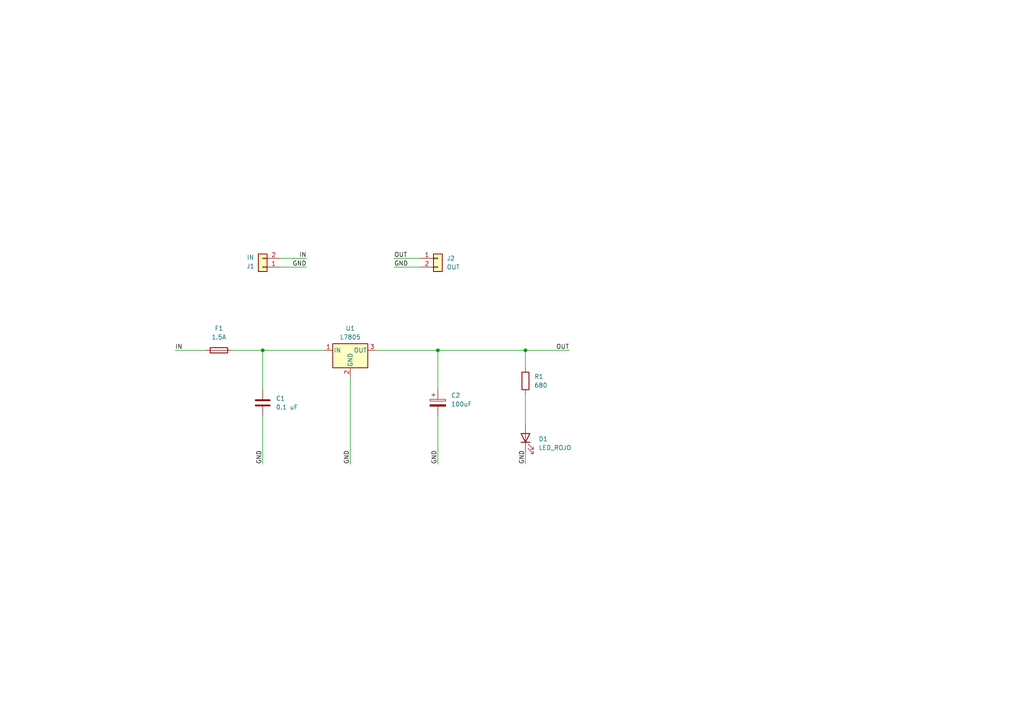
<source format=kicad_sch>
(kicad_sch (version 20250114) (generator "eeschema") (generator_version "9.0")
  (paper "A4")
  (lib_symbols
    (symbol "Connector_Generic:Conn_01x02" (pin_names (offset 1.016) (hide yes))
      (property "Reference" "J" (at 0 2.54 0))
      (property "Value" "Conn_01x02" (at 0 -5.08 0))
      (symbol "Conn_01x02_1_1"
        (rectangle (start -1.27 1.27) (end 1.27 -3.81) (stroke (width 0.254)) (fill (type background)))
        (rectangle (start -1.27 0.127) (end 0 -0.127) (stroke (width 0.1524)))
        (rectangle (start -1.27 -2.413) (end 0 -2.667) (stroke (width 0.1524)))
        (pin passive line (at -5.08 0 0) (length 3.81) (name "Pin_1") (number "1"))
        (pin passive line (at -5.08 -2.54 0) (length 3.81) (name "Pin_2") (number "2"))
      )
    )
    (symbol "Device:C" (pin_numbers (hide yes)) (pin_names (offset 0.254))
      (property "Reference" "C" (at 0.635 2.54 0))
      (property "Value" "C" (at 0.635 -2.54 0))
      (symbol "C_0_1"
        (polyline (pts (xy -2.032 0.762) (xy 2.032 0.762)) (stroke (width 0.508)))
        (polyline (pts (xy -2.032 -0.762) (xy 2.032 -0.762)) (stroke (width 0.508)))
      )
      (symbol "C_1_1"
        (pin passive line (at 0 3.81 270) (length 2.794) (name "~") (number "1"))
        (pin passive line (at 0 -3.81 90) (length 2.794) (name "~") (number "2"))
      )
    )
    (symbol "Device:C_Polarized" (pin_numbers (hide yes)) (pin_names (offset 0.254))
      (property "Reference" "C" (at 0.635 2.54 0))
      (property "Value" "C_Polarized" (at 0.635 -2.54 0))
      (symbol "C_Polarized_0_1"
        (rectangle (start -2.286 0.508) (end 2.286 1.016))
        (polyline (pts (xy -1.778 2.286) (xy -0.762 2.286)))
        (polyline (pts (xy -1.27 2.794) (xy -1.27 1.778)))
        (rectangle (start 2.286 -0.508) (end -2.286 -1.016) (fill (type outline)))
      )
      (symbol "C_Polarized_1_1"
        (pin passive line (at 0 3.81 270) (length 2.794) (name "~") (number "1"))
        (pin passive line (at 0 -3.81 90) (length 2.794) (name "~") (number "2"))
      )
    )
    (symbol "Device:Fuse" (pin_numbers (hide yes)) (pin_names (offset 0))
      (property "Reference" "F" (at 2.032 0 90))
      (property "Value" "Fuse" (at -1.905 0 90))
      (symbol "Fuse_0_1"
        (rectangle (start -0.762 -2.54) (end 0.762 2.54) (stroke (width 0.254)))
        (polyline (pts (xy 0 2.54) (xy 0 -2.54)))
      )
      (symbol "Fuse_1_1"
        (pin passive line (at 0 3.81 270) (length 1.27) (name "~") (number "1"))
        (pin passive line (at 0 -3.81 90) (length 1.27) (name "~") (number "2"))
      )
    )
    (symbol "Device:LED" (pin_numbers (hide yes)) (pin_names (offset 1.016) (hide yes))
      (property "Reference" "D" (at 0 2.54 0))
      (property "Value" "LED" (at 0 -2.54 0))
      (symbol "LED_0_1"
        (polyline (pts (xy -3.048 -0.762) (xy -4.572 -2.286) (xy -3.81 -2.286) (xy -4.572 -2.286) (xy -4.572 -1.524)))
        (polyline (pts (xy -1.778 -0.762) (xy -3.302 -2.286) (xy -2.54 -2.286) (xy -3.302 -2.286) (xy -3.302 -1.524)))
        (polyline (pts (xy -1.27 0) (xy 1.27 0)))
        (polyline (pts (xy -1.27 -1.27) (xy -1.27 1.27)) (stroke (width 0.254)))
        (polyline (pts (xy 1.27 -1.27) (xy 1.27 1.27) (xy -1.27 0) (xy 1.27 -1.27)) (stroke (width 0.254)))
      )
      (symbol "LED_1_1"
        (pin passive line (at -3.81 0 0) (length 2.54) (name "K") (number "1"))
        (pin passive line (at 3.81 0 180) (length 2.54) (name "A") (number "2"))
      )
    )
    (symbol "Device:R" (pin_numbers (hide yes)) (pin_names (offset 0))
      (property "Reference" "R" (at 2.032 0 90))
      (property "Value" "R" (at 0 0 90))
      (symbol "R_0_1"
        (rectangle (start -1.016 -2.54) (end 1.016 2.54) (stroke (width 0.254)))
      )
      (symbol "R_1_1"
        (pin passive line (at 0 3.81 270) (length 1.27) (name "~") (number "1"))
        (pin passive line (at 0 -3.81 90) (length 1.27) (name "~") (number "2"))
      )
    )
    (symbol "Regulator_Linear:L7805" (pin_names (offset 0.254))
      (property "Reference" "U" (at -3.81 3.175 0))
      (property "Value" "L7805" (at 0 3.175 0))
      (symbol "L7805_0_1"
        (rectangle (start -5.08 1.905) (end 5.08 -5.08) (stroke (width 0.254)) (fill (type background)))
      )
      (symbol "L7805_1_1"
        (pin power_in line (at -7.62 0 0) (length 2.54) (name "IN") (number "1"))
        (pin power_in line (at 0 -7.62 90) (length 2.54) (name "GND") (number "2"))
        (pin power_out line (at 7.62 0 180) (length 2.54) (name "OUT") (number "3"))
      )
    )
  )
  (junction (at 127 101.6))
  (junction (at 76.2 101.6))
  (junction (at 152.4 101.6))
  (wire (pts (xy 114.3 77.47) (xy 121.92 77.47)))
  (wire (pts (xy 76.2 101.6) (xy 93.98 101.6)))
  (wire (pts (xy 127 101.6) (xy 127 113.03)))
  (wire (pts (xy 127 101.6) (xy 109.22 101.6)))
  (wire (pts (xy 152.4 130.81) (xy 152.4 134.62)))
  (wire (pts (xy 50.8 101.6) (xy 59.69 101.6)))
  (wire (pts (xy 127 120.65) (xy 127 134.62)))
  (wire (pts (xy 81.28 77.47) (xy 88.9 77.47)))
  (wire (pts (xy 76.2 101.6) (xy 76.2 113.03)))
  (wire (pts (xy 81.28 74.93) (xy 88.9 74.93)))
  (wire (pts (xy 152.4 114.3) (xy 152.4 123.19)))
  (wire (pts (xy 152.4 101.6) (xy 152.4 106.68)))
  (wire (pts (xy 127 101.6) (xy 152.4 101.6)))
  (wire (pts (xy 165.1 101.6) (xy 152.4 101.6)))
  (wire (pts (xy 114.3 74.93) (xy 121.92 74.93)))
  (wire (pts (xy 76.2 120.65) (xy 76.2 134.62)))
  (wire (pts (xy 101.6 109.22) (xy 101.6 134.62)))
  (wire (pts (xy 67.31 101.6) (xy 76.2 101.6)))
  (label "IN" (at 50.8 101.6 0))
  (label "GND" (at 88.9 77.47 180))
  (label "GND" (at 76.2 134.62 90))
  (label "GND" (at 152.4 134.62 90))
  (label "GND" (at 114.3 77.47 0))
  (label "GND" (at 127 134.62 90))
  (label "OUT" (at 114.3 74.93 0))
  (label "IN" (at 88.9 74.93 180))
  (label "GND" (at 101.6 134.62 90))
  (label "OUT" (at 165.1 101.6 180))
  (symbol (lib_id "Regulator_Linear:L7805") (at 101.6 101.6 0) (unit 1)
    (property "Reference" "U1" (at 101.6 95.25 0))
    (property "Value" "L7805" (at 101.6 97.79 0))
    (property "Footprint" "Package_TO_SOT_SMD:TO-252-2" (effects (hide yes)))
    (property "Datasheet" "http://www.st.com/content/ccc/resource/technical/document/datasheet/41/4f/b3/b0/12/d4/47/88/CD00000444.pdf/files/CD00000444.pdf/jcr:content/translations/en.CD00000444.pdf" (effects (hide yes)))
    (property "Description" "Positive 1.5A 35V Linear Regulator, Fixed Output 5V, TO-220/TO-263/TO-252" (effects (hide yes)))
  )
  (symbol (lib_id "Connector_Generic:Conn_01x02") (at 76.2 77.47 180) (unit 1)
    (property "Reference" "J1" (at 72.644 77.216 0))
    (property "Value" "IN" (at 72.644 74.676 0))
    (property "Footprint" "Connector_PinHeader_2.54mm:PinHeader_1x02_P2.54mm_Vertical" (effects (hide yes)))
    (property "Description" "Generic connector, single row, 01x02, script generated (kicad-library-utils/schlib/autogen/connector/)" (effects (hide yes)))
  )
  (symbol (lib_id "Device:Fuse") (at 63.5 101.6 90) (unit 1)
    (property "Reference" "F1" (at 63.5 95.25 90))
    (property "Value" "1.5A" (at 63.5 97.79 90))
    (property "Footprint" "Fuse:Fuseholder_Cylinder-5x20mm_Schurter_0031_8201_Horizontal_Open" (effects (hide yes)))
    (property "Description" "Fuse" (effects (hide yes)))
  )
  (symbol (lib_id "Device:LED") (at 152.4 127 90) (unit 1)
    (property "Reference" "D1" (at 156.21 127.3174 90) (effects (justify right)))
    (property "Value" "LED_ROJO" (at 156.21 129.8574 90) (effects (justify right)))
    (property "Footprint" "LED_SMD:LED_0805_2012Metric" (effects (hide yes)))
    (property "Description" "Light emitting diode" (effects (hide yes)))
    (property "Sim.Pins" "1=K 2=A" (effects (hide yes)))
  )
  (symbol (lib_id "Device:R") (at 152.4 110.49 0) (unit 1)
    (property "Reference" "R1" (at 154.94 109.2199 0) (effects (justify left)))
    (property "Value" "680" (at 154.94 111.7599 0) (effects (justify left)))
    (property "Footprint" "Resistor_SMD:R_1206_3216Metric" (effects (hide yes)))
    (property "Description" "Resistor" (effects (hide yes)))
  )
  (symbol (lib_id "Device:C_Polarized") (at 127 116.84 0) (unit 1)
    (property "Reference" "C2" (at 130.81 114.6809 0) (effects (justify left)))
    (property "Value" "100uF" (at 130.81 117.2209 0) (effects (justify left)))
    (property "Footprint" "Capacitor_THT:CP_Radial_D5.0mm_P2.50mm" (effects (hide yes)))
    (property "Description" "Polarized capacitor" (effects (hide yes)))
  )
  (symbol (lib_id "Connector_Generic:Conn_01x02") (at 127 74.93 0) (unit 1)
    (property "Reference" "J2" (at 129.54 74.9299 0) (effects (justify left)))
    (property "Value" "OUT" (at 129.54 77.4699 0) (effects (justify left)))
    (property "Footprint" "Connector_PinHeader_2.54mm:PinHeader_1x02_P2.54mm_Vertical" (effects (hide yes)))
    (property "Description" "Generic connector, single row, 01x02, script generated (kicad-library-utils/schlib/autogen/connector/)" (effects (hide yes)))
  )
  (symbol (lib_id "Device:C") (at 76.2 116.84 0) (unit 1)
    (property "Reference" "C1" (at 80.01 115.5699 0) (effects (justify left)))
    (property "Value" "0.1 uF" (at 80.01 118.1099 0) (effects (justify left)))
    (property "Footprint" "Capacitor_THT:C_Disc_D5.0mm_W2.5mm_P2.50mm" (effects (hide yes)))
    (property "Description" "Unpolarized capacitor" (effects (hide yes)))
  )
)
</source>
